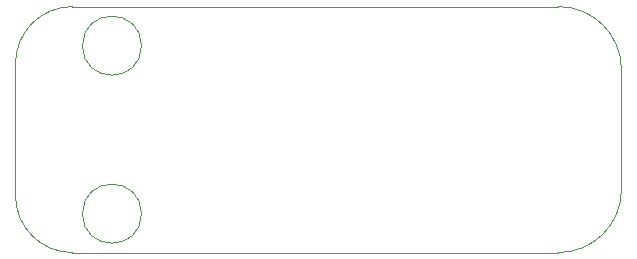
<source format=gm1>
%TF.GenerationSoftware,KiCad,Pcbnew,5.1.10*%
%TF.CreationDate,2021-10-01T14:20:23+03:00*%
%TF.ProjectId,Magma_STLink,4d61676d-615f-4535-944c-696e6b2e6b69,rev?*%
%TF.SameCoordinates,Original*%
%TF.FileFunction,Profile,NP*%
%FSLAX46Y46*%
G04 Gerber Fmt 4.6, Leading zero omitted, Abs format (unit mm)*
G04 Created by KiCad (PCBNEW 5.1.10) date 2021-10-01 14:20:23*
%MOMM*%
%LPD*%
G01*
G04 APERTURE LIST*
%TA.AperFunction,Profile*%
%ADD10C,0.120000*%
%TD*%
%TA.AperFunction,Profile*%
%ADD11C,0.050000*%
%TD*%
G04 APERTURE END LIST*
D10*
X44958000Y-64526800D02*
G75*
G03*
X44958000Y-64526800I-2500000J0D01*
G01*
X44958000Y-50302800D02*
G75*
G03*
X44958000Y-50302800I-2500000J0D01*
G01*
D11*
X85598000Y-52324000D02*
X85598000Y-62484000D01*
X80264000Y-46990000D02*
G75*
G02*
X85598000Y-52324000I0J-5334000D01*
G01*
X85598000Y-62484000D02*
G75*
G02*
X80264000Y-67818000I-5334000J0D01*
G01*
X43180000Y-67818000D02*
X39116000Y-67818000D01*
X34290000Y-51816000D02*
X34290000Y-62992000D01*
X39116000Y-67818000D02*
G75*
G02*
X34290000Y-62992000I0J4826000D01*
G01*
X34290000Y-51816000D02*
G75*
G02*
X39116000Y-46990000I4826000J0D01*
G01*
X43180000Y-46990000D02*
X39116000Y-46990000D01*
X43180000Y-67818000D02*
X80264000Y-67818000D01*
X43180000Y-46990000D02*
X80264000Y-46990000D01*
M02*

</source>
